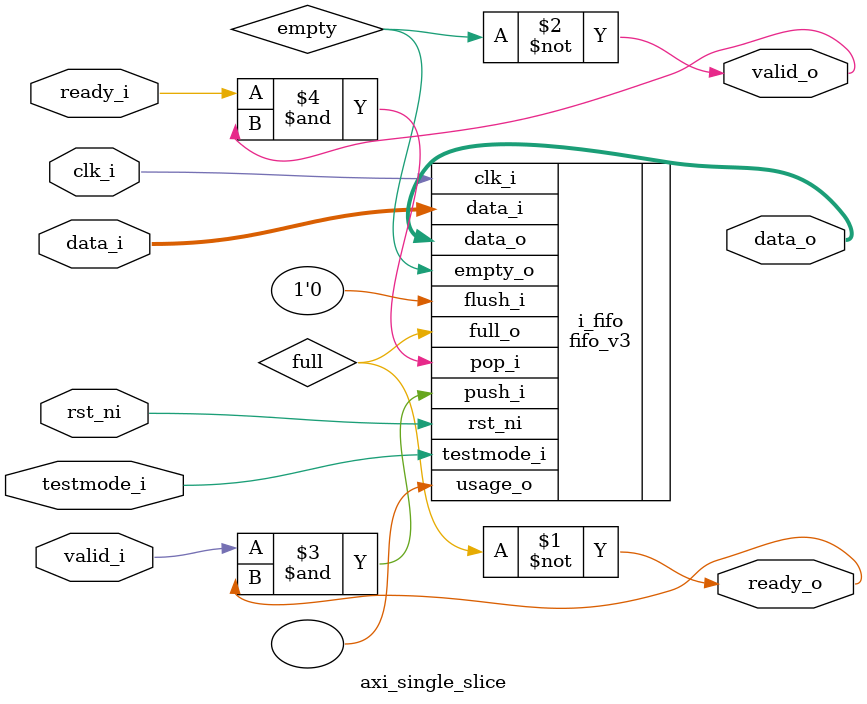
<source format=sv>

module axi_single_slice #(
    parameter int BUFFER_DEPTH = -1,
    parameter int DATA_WIDTH   = -1
) (
    input  logic                  clk_i,    // Clock
    input  logic                  rst_ni,  // Asynchronous reset active low
    input  logic                  testmode_i,
    input  logic                  valid_i,
    output logic                  ready_o,
    input  logic [DATA_WIDTH-1:0] data_i,

    input  logic                  ready_i,
    output logic                  valid_o,
    output logic [DATA_WIDTH-1:0] data_o
);

    logic full, empty;

    assign ready_o = ~full;
    assign valid_o = ~empty;

    fifo_v3 #(
        .FALL_THROUGH ( 1'b0         ),
        .DATA_WIDTH   ( DATA_WIDTH   ),
        .DEPTH        ( BUFFER_DEPTH )
    ) i_fifo (
        .clk_i      ( clk_i             ),
        .rst_ni     ( rst_ni            ),
        .flush_i    ( 1'b0              ),
        .testmode_i ( testmode_i        ),
        .full_o     ( full              ),
        .empty_o    ( empty             ),
        .usage_o    (),
        .data_i     ( data_i            ),
        .push_i     ( valid_i & ready_o ),
        .data_o     ( data_o            ),
        .pop_i      ( ready_i & valid_o )
    );

endmodule

</source>
